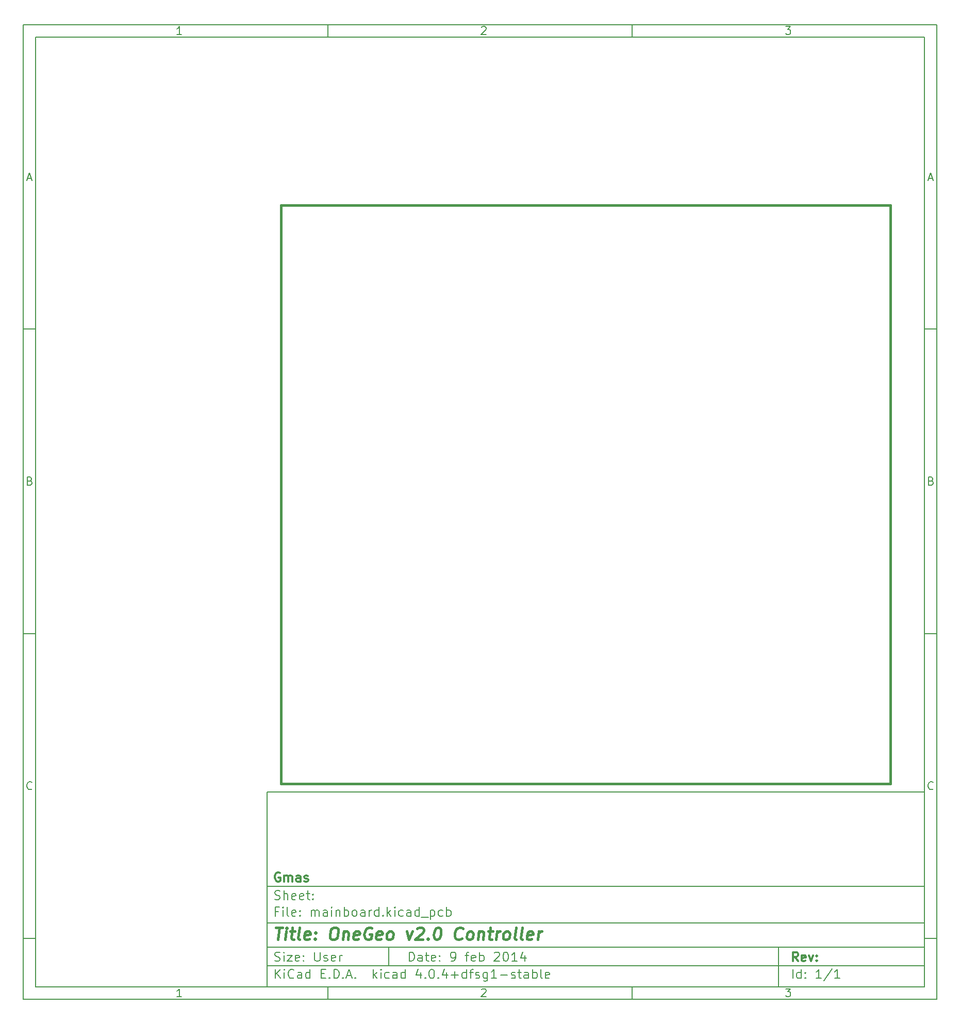
<source format=gbr>
G04 #@! TF.FileFunction,Profile,NP*
%FSLAX45Y45*%
G04 Gerber Fmt 4.5, Leading zero omitted, Abs format (unit mm)*
G04 Created by KiCad (PCBNEW 4.0.4+dfsg1-stable) date Mon Oct  9 15:36:50 2017*
%MOMM*%
%LPD*%
G01*
G04 APERTURE LIST*
%ADD10C,0.150000*%
%ADD11C,0.300000*%
%ADD12C,0.400000*%
%ADD13C,0.381000*%
G04 APERTURE END LIST*
D10*
X5000220Y-13600980D02*
X5000220Y-16800980D01*
X15800220Y-16800980D01*
X15800220Y-13600980D01*
X5000220Y-13600980D01*
X1000000Y-1000000D02*
X1000000Y-17000980D01*
X16000220Y-17000980D01*
X16000220Y-1000000D01*
X1000000Y-1000000D01*
X1200000Y-1200000D02*
X1200000Y-16800980D01*
X15800220Y-16800980D01*
X15800220Y-1200000D01*
X1200000Y-1200000D01*
X6000000Y-1200000D02*
X6000000Y-1000000D01*
X11000000Y-1200000D02*
X11000000Y-1000000D01*
X16000000Y-1200000D02*
X16000000Y-1000000D01*
X3599048Y-1158810D02*
X3524762Y-1158810D01*
X3561905Y-1158810D02*
X3561905Y-1028809D01*
X3549524Y-1047381D01*
X3537143Y-1059762D01*
X3524762Y-1065952D01*
X8524762Y-1041190D02*
X8530952Y-1035000D01*
X8543333Y-1028809D01*
X8574286Y-1028809D01*
X8586667Y-1035000D01*
X8592857Y-1041190D01*
X8599048Y-1053571D01*
X8599048Y-1065952D01*
X8592857Y-1084524D01*
X8518571Y-1158810D01*
X8599048Y-1158810D01*
X13518571Y-1028809D02*
X13599048Y-1028809D01*
X13555714Y-1078333D01*
X13574286Y-1078333D01*
X13586667Y-1084524D01*
X13592857Y-1090714D01*
X13599048Y-1103095D01*
X13599048Y-1134048D01*
X13592857Y-1146429D01*
X13586667Y-1152619D01*
X13574286Y-1158810D01*
X13537143Y-1158810D01*
X13524762Y-1152619D01*
X13518571Y-1146429D01*
X6000000Y-16800980D02*
X6000000Y-17000980D01*
X11000000Y-16800980D02*
X11000000Y-17000980D01*
X16000000Y-16800980D02*
X16000000Y-17000980D01*
X3599048Y-16959790D02*
X3524762Y-16959790D01*
X3561905Y-16959790D02*
X3561905Y-16829790D01*
X3549524Y-16848361D01*
X3537143Y-16860742D01*
X3524762Y-16866932D01*
X8524762Y-16842171D02*
X8530952Y-16835980D01*
X8543333Y-16829790D01*
X8574286Y-16829790D01*
X8586667Y-16835980D01*
X8592857Y-16842171D01*
X8599048Y-16854551D01*
X8599048Y-16866932D01*
X8592857Y-16885504D01*
X8518571Y-16959790D01*
X8599048Y-16959790D01*
X13518571Y-16829790D02*
X13599048Y-16829790D01*
X13555714Y-16879313D01*
X13574286Y-16879313D01*
X13586667Y-16885504D01*
X13592857Y-16891694D01*
X13599048Y-16904075D01*
X13599048Y-16935028D01*
X13592857Y-16947409D01*
X13586667Y-16953599D01*
X13574286Y-16959790D01*
X13537143Y-16959790D01*
X13524762Y-16953599D01*
X13518571Y-16947409D01*
X1000000Y-6000000D02*
X1200000Y-6000000D01*
X1000000Y-11000000D02*
X1200000Y-11000000D01*
X1000000Y-16000000D02*
X1200000Y-16000000D01*
X1069048Y-3521667D02*
X1130952Y-3521667D01*
X1056667Y-3558809D02*
X1100000Y-3428809D01*
X1143333Y-3558809D01*
X1109286Y-8490714D02*
X1127857Y-8496905D01*
X1134048Y-8503095D01*
X1140238Y-8515476D01*
X1140238Y-8534048D01*
X1134048Y-8546429D01*
X1127857Y-8552619D01*
X1115476Y-8558810D01*
X1065952Y-8558810D01*
X1065952Y-8428810D01*
X1109286Y-8428810D01*
X1121667Y-8435000D01*
X1127857Y-8441191D01*
X1134048Y-8453571D01*
X1134048Y-8465952D01*
X1127857Y-8478333D01*
X1121667Y-8484524D01*
X1109286Y-8490714D01*
X1065952Y-8490714D01*
X1140238Y-13546429D02*
X1134048Y-13552619D01*
X1115476Y-13558809D01*
X1103095Y-13558809D01*
X1084524Y-13552619D01*
X1072143Y-13540238D01*
X1065952Y-13527857D01*
X1059762Y-13503095D01*
X1059762Y-13484524D01*
X1065952Y-13459762D01*
X1072143Y-13447381D01*
X1084524Y-13435000D01*
X1103095Y-13428809D01*
X1115476Y-13428809D01*
X1134048Y-13435000D01*
X1140238Y-13441190D01*
X16000220Y-6000000D02*
X15800220Y-6000000D01*
X16000220Y-11000000D02*
X15800220Y-11000000D01*
X16000220Y-16000000D02*
X15800220Y-16000000D01*
X15869268Y-3521667D02*
X15931172Y-3521667D01*
X15856887Y-3558809D02*
X15900220Y-3428809D01*
X15943553Y-3558809D01*
X15909506Y-8490714D02*
X15928077Y-8496905D01*
X15934268Y-8503095D01*
X15940458Y-8515476D01*
X15940458Y-8534048D01*
X15934268Y-8546429D01*
X15928077Y-8552619D01*
X15915696Y-8558810D01*
X15866172Y-8558810D01*
X15866172Y-8428810D01*
X15909506Y-8428810D01*
X15921887Y-8435000D01*
X15928077Y-8441191D01*
X15934268Y-8453571D01*
X15934268Y-8465952D01*
X15928077Y-8478333D01*
X15921887Y-8484524D01*
X15909506Y-8490714D01*
X15866172Y-8490714D01*
X15940458Y-13546429D02*
X15934268Y-13552619D01*
X15915696Y-13558809D01*
X15903315Y-13558809D01*
X15884744Y-13552619D01*
X15872363Y-13540238D01*
X15866172Y-13527857D01*
X15859982Y-13503095D01*
X15859982Y-13484524D01*
X15866172Y-13459762D01*
X15872363Y-13447381D01*
X15884744Y-13435000D01*
X15903315Y-13428809D01*
X15915696Y-13428809D01*
X15934268Y-13435000D01*
X15940458Y-13441190D01*
X7335934Y-16378837D02*
X7335934Y-16228837D01*
X7371649Y-16228837D01*
X7393077Y-16235980D01*
X7407363Y-16250266D01*
X7414506Y-16264551D01*
X7421649Y-16293123D01*
X7421649Y-16314551D01*
X7414506Y-16343123D01*
X7407363Y-16357409D01*
X7393077Y-16371694D01*
X7371649Y-16378837D01*
X7335934Y-16378837D01*
X7550220Y-16378837D02*
X7550220Y-16300266D01*
X7543077Y-16285980D01*
X7528791Y-16278837D01*
X7500220Y-16278837D01*
X7485934Y-16285980D01*
X7550220Y-16371694D02*
X7535934Y-16378837D01*
X7500220Y-16378837D01*
X7485934Y-16371694D01*
X7478791Y-16357409D01*
X7478791Y-16343123D01*
X7485934Y-16328837D01*
X7500220Y-16321694D01*
X7535934Y-16321694D01*
X7550220Y-16314551D01*
X7600220Y-16278837D02*
X7657363Y-16278837D01*
X7621649Y-16228837D02*
X7621649Y-16357409D01*
X7628791Y-16371694D01*
X7643077Y-16378837D01*
X7657363Y-16378837D01*
X7764506Y-16371694D02*
X7750220Y-16378837D01*
X7721649Y-16378837D01*
X7707363Y-16371694D01*
X7700220Y-16357409D01*
X7700220Y-16300266D01*
X7707363Y-16285980D01*
X7721649Y-16278837D01*
X7750220Y-16278837D01*
X7764506Y-16285980D01*
X7771649Y-16300266D01*
X7771649Y-16314551D01*
X7700220Y-16328837D01*
X7835934Y-16364551D02*
X7843077Y-16371694D01*
X7835934Y-16378837D01*
X7828791Y-16371694D01*
X7835934Y-16364551D01*
X7835934Y-16378837D01*
X7835934Y-16285980D02*
X7843077Y-16293123D01*
X7835934Y-16300266D01*
X7828791Y-16293123D01*
X7835934Y-16285980D01*
X7835934Y-16300266D01*
X8028791Y-16378837D02*
X8057363Y-16378837D01*
X8071649Y-16371694D01*
X8078791Y-16364551D01*
X8093077Y-16343123D01*
X8100220Y-16314551D01*
X8100220Y-16257409D01*
X8093077Y-16243123D01*
X8085934Y-16235980D01*
X8071649Y-16228837D01*
X8043077Y-16228837D01*
X8028791Y-16235980D01*
X8021649Y-16243123D01*
X8014506Y-16257409D01*
X8014506Y-16293123D01*
X8021649Y-16307409D01*
X8028791Y-16314551D01*
X8043077Y-16321694D01*
X8071649Y-16321694D01*
X8085934Y-16314551D01*
X8093077Y-16307409D01*
X8100220Y-16293123D01*
X8257363Y-16278837D02*
X8314506Y-16278837D01*
X8278791Y-16378837D02*
X8278791Y-16250266D01*
X8285934Y-16235980D01*
X8300220Y-16228837D01*
X8314506Y-16228837D01*
X8421649Y-16371694D02*
X8407363Y-16378837D01*
X8378791Y-16378837D01*
X8364506Y-16371694D01*
X8357363Y-16357409D01*
X8357363Y-16300266D01*
X8364506Y-16285980D01*
X8378791Y-16278837D01*
X8407363Y-16278837D01*
X8421649Y-16285980D01*
X8428791Y-16300266D01*
X8428791Y-16314551D01*
X8357363Y-16328837D01*
X8493077Y-16378837D02*
X8493077Y-16228837D01*
X8493077Y-16285980D02*
X8507363Y-16278837D01*
X8535934Y-16278837D01*
X8550220Y-16285980D01*
X8557363Y-16293123D01*
X8564506Y-16307409D01*
X8564506Y-16350266D01*
X8557363Y-16364551D01*
X8550220Y-16371694D01*
X8535934Y-16378837D01*
X8507363Y-16378837D01*
X8493077Y-16371694D01*
X8735934Y-16243123D02*
X8743077Y-16235980D01*
X8757363Y-16228837D01*
X8793077Y-16228837D01*
X8807363Y-16235980D01*
X8814506Y-16243123D01*
X8821649Y-16257409D01*
X8821649Y-16271694D01*
X8814506Y-16293123D01*
X8728791Y-16378837D01*
X8821649Y-16378837D01*
X8914506Y-16228837D02*
X8928791Y-16228837D01*
X8943077Y-16235980D01*
X8950220Y-16243123D01*
X8957363Y-16257409D01*
X8964506Y-16285980D01*
X8964506Y-16321694D01*
X8957363Y-16350266D01*
X8950220Y-16364551D01*
X8943077Y-16371694D01*
X8928791Y-16378837D01*
X8914506Y-16378837D01*
X8900220Y-16371694D01*
X8893077Y-16364551D01*
X8885934Y-16350266D01*
X8878791Y-16321694D01*
X8878791Y-16285980D01*
X8885934Y-16257409D01*
X8893077Y-16243123D01*
X8900220Y-16235980D01*
X8914506Y-16228837D01*
X9107363Y-16378837D02*
X9021648Y-16378837D01*
X9064506Y-16378837D02*
X9064506Y-16228837D01*
X9050220Y-16250266D01*
X9035934Y-16264551D01*
X9021648Y-16271694D01*
X9235934Y-16278837D02*
X9235934Y-16378837D01*
X9200220Y-16221694D02*
X9164506Y-16328837D01*
X9257363Y-16328837D01*
X5000220Y-16450980D02*
X15800220Y-16450980D01*
X5135934Y-16658837D02*
X5135934Y-16508837D01*
X5221649Y-16658837D02*
X5157363Y-16573123D01*
X5221649Y-16508837D02*
X5135934Y-16594551D01*
X5285934Y-16658837D02*
X5285934Y-16558837D01*
X5285934Y-16508837D02*
X5278791Y-16515980D01*
X5285934Y-16523123D01*
X5293077Y-16515980D01*
X5285934Y-16508837D01*
X5285934Y-16523123D01*
X5443077Y-16644551D02*
X5435934Y-16651694D01*
X5414506Y-16658837D01*
X5400220Y-16658837D01*
X5378792Y-16651694D01*
X5364506Y-16637409D01*
X5357363Y-16623123D01*
X5350220Y-16594551D01*
X5350220Y-16573123D01*
X5357363Y-16544551D01*
X5364506Y-16530266D01*
X5378792Y-16515980D01*
X5400220Y-16508837D01*
X5414506Y-16508837D01*
X5435934Y-16515980D01*
X5443077Y-16523123D01*
X5571649Y-16658837D02*
X5571649Y-16580266D01*
X5564506Y-16565980D01*
X5550220Y-16558837D01*
X5521649Y-16558837D01*
X5507363Y-16565980D01*
X5571649Y-16651694D02*
X5557363Y-16658837D01*
X5521649Y-16658837D01*
X5507363Y-16651694D01*
X5500220Y-16637409D01*
X5500220Y-16623123D01*
X5507363Y-16608837D01*
X5521649Y-16601694D01*
X5557363Y-16601694D01*
X5571649Y-16594551D01*
X5707363Y-16658837D02*
X5707363Y-16508837D01*
X5707363Y-16651694D02*
X5693077Y-16658837D01*
X5664506Y-16658837D01*
X5650220Y-16651694D01*
X5643077Y-16644551D01*
X5635934Y-16630266D01*
X5635934Y-16587409D01*
X5643077Y-16573123D01*
X5650220Y-16565980D01*
X5664506Y-16558837D01*
X5693077Y-16558837D01*
X5707363Y-16565980D01*
X5893077Y-16580266D02*
X5943077Y-16580266D01*
X5964506Y-16658837D02*
X5893077Y-16658837D01*
X5893077Y-16508837D01*
X5964506Y-16508837D01*
X6028791Y-16644551D02*
X6035934Y-16651694D01*
X6028791Y-16658837D01*
X6021649Y-16651694D01*
X6028791Y-16644551D01*
X6028791Y-16658837D01*
X6100220Y-16658837D02*
X6100220Y-16508837D01*
X6135934Y-16508837D01*
X6157363Y-16515980D01*
X6171649Y-16530266D01*
X6178791Y-16544551D01*
X6185934Y-16573123D01*
X6185934Y-16594551D01*
X6178791Y-16623123D01*
X6171649Y-16637409D01*
X6157363Y-16651694D01*
X6135934Y-16658837D01*
X6100220Y-16658837D01*
X6250220Y-16644551D02*
X6257363Y-16651694D01*
X6250220Y-16658837D01*
X6243077Y-16651694D01*
X6250220Y-16644551D01*
X6250220Y-16658837D01*
X6314506Y-16615980D02*
X6385934Y-16615980D01*
X6300220Y-16658837D02*
X6350220Y-16508837D01*
X6400220Y-16658837D01*
X6450220Y-16644551D02*
X6457363Y-16651694D01*
X6450220Y-16658837D01*
X6443077Y-16651694D01*
X6450220Y-16644551D01*
X6450220Y-16658837D01*
X6750220Y-16658837D02*
X6750220Y-16508837D01*
X6764506Y-16601694D02*
X6807363Y-16658837D01*
X6807363Y-16558837D02*
X6750220Y-16615980D01*
X6871649Y-16658837D02*
X6871649Y-16558837D01*
X6871649Y-16508837D02*
X6864506Y-16515980D01*
X6871649Y-16523123D01*
X6878791Y-16515980D01*
X6871649Y-16508837D01*
X6871649Y-16523123D01*
X7007363Y-16651694D02*
X6993077Y-16658837D01*
X6964506Y-16658837D01*
X6950220Y-16651694D01*
X6943077Y-16644551D01*
X6935934Y-16630266D01*
X6935934Y-16587409D01*
X6943077Y-16573123D01*
X6950220Y-16565980D01*
X6964506Y-16558837D01*
X6993077Y-16558837D01*
X7007363Y-16565980D01*
X7135934Y-16658837D02*
X7135934Y-16580266D01*
X7128791Y-16565980D01*
X7114506Y-16558837D01*
X7085934Y-16558837D01*
X7071649Y-16565980D01*
X7135934Y-16651694D02*
X7121649Y-16658837D01*
X7085934Y-16658837D01*
X7071649Y-16651694D01*
X7064506Y-16637409D01*
X7064506Y-16623123D01*
X7071649Y-16608837D01*
X7085934Y-16601694D01*
X7121649Y-16601694D01*
X7135934Y-16594551D01*
X7271649Y-16658837D02*
X7271649Y-16508837D01*
X7271649Y-16651694D02*
X7257363Y-16658837D01*
X7228792Y-16658837D01*
X7214506Y-16651694D01*
X7207363Y-16644551D01*
X7200220Y-16630266D01*
X7200220Y-16587409D01*
X7207363Y-16573123D01*
X7214506Y-16565980D01*
X7228792Y-16558837D01*
X7257363Y-16558837D01*
X7271649Y-16565980D01*
X7521649Y-16558837D02*
X7521649Y-16658837D01*
X7485934Y-16501694D02*
X7450220Y-16608837D01*
X7543077Y-16608837D01*
X7600220Y-16644551D02*
X7607363Y-16651694D01*
X7600220Y-16658837D01*
X7593077Y-16651694D01*
X7600220Y-16644551D01*
X7600220Y-16658837D01*
X7700220Y-16508837D02*
X7714506Y-16508837D01*
X7728791Y-16515980D01*
X7735934Y-16523123D01*
X7743077Y-16537409D01*
X7750220Y-16565980D01*
X7750220Y-16601694D01*
X7743077Y-16630266D01*
X7735934Y-16644551D01*
X7728791Y-16651694D01*
X7714506Y-16658837D01*
X7700220Y-16658837D01*
X7685934Y-16651694D01*
X7678791Y-16644551D01*
X7671649Y-16630266D01*
X7664506Y-16601694D01*
X7664506Y-16565980D01*
X7671649Y-16537409D01*
X7678791Y-16523123D01*
X7685934Y-16515980D01*
X7700220Y-16508837D01*
X7814506Y-16644551D02*
X7821649Y-16651694D01*
X7814506Y-16658837D01*
X7807363Y-16651694D01*
X7814506Y-16644551D01*
X7814506Y-16658837D01*
X7950220Y-16558837D02*
X7950220Y-16658837D01*
X7914506Y-16501694D02*
X7878791Y-16608837D01*
X7971649Y-16608837D01*
X8028791Y-16601694D02*
X8143077Y-16601694D01*
X8085934Y-16658837D02*
X8085934Y-16544551D01*
X8278791Y-16658837D02*
X8278791Y-16508837D01*
X8278791Y-16651694D02*
X8264506Y-16658837D01*
X8235934Y-16658837D01*
X8221649Y-16651694D01*
X8214506Y-16644551D01*
X8207363Y-16630266D01*
X8207363Y-16587409D01*
X8214506Y-16573123D01*
X8221649Y-16565980D01*
X8235934Y-16558837D01*
X8264506Y-16558837D01*
X8278791Y-16565980D01*
X8328791Y-16558837D02*
X8385934Y-16558837D01*
X8350220Y-16658837D02*
X8350220Y-16530266D01*
X8357363Y-16515980D01*
X8371649Y-16508837D01*
X8385934Y-16508837D01*
X8428792Y-16651694D02*
X8443077Y-16658837D01*
X8471649Y-16658837D01*
X8485934Y-16651694D01*
X8493077Y-16637409D01*
X8493077Y-16630266D01*
X8485934Y-16615980D01*
X8471649Y-16608837D01*
X8450220Y-16608837D01*
X8435934Y-16601694D01*
X8428792Y-16587409D01*
X8428792Y-16580266D01*
X8435934Y-16565980D01*
X8450220Y-16558837D01*
X8471649Y-16558837D01*
X8485934Y-16565980D01*
X8621649Y-16558837D02*
X8621649Y-16680266D01*
X8614506Y-16694551D01*
X8607363Y-16701694D01*
X8593077Y-16708837D01*
X8571649Y-16708837D01*
X8557363Y-16701694D01*
X8621649Y-16651694D02*
X8607363Y-16658837D01*
X8578792Y-16658837D01*
X8564506Y-16651694D01*
X8557363Y-16644551D01*
X8550220Y-16630266D01*
X8550220Y-16587409D01*
X8557363Y-16573123D01*
X8564506Y-16565980D01*
X8578792Y-16558837D01*
X8607363Y-16558837D01*
X8621649Y-16565980D01*
X8771649Y-16658837D02*
X8685934Y-16658837D01*
X8728792Y-16658837D02*
X8728792Y-16508837D01*
X8714506Y-16530266D01*
X8700220Y-16544551D01*
X8685934Y-16551694D01*
X8835934Y-16601694D02*
X8950220Y-16601694D01*
X9014506Y-16651694D02*
X9028792Y-16658837D01*
X9057363Y-16658837D01*
X9071649Y-16651694D01*
X9078792Y-16637409D01*
X9078792Y-16630266D01*
X9071649Y-16615980D01*
X9057363Y-16608837D01*
X9035934Y-16608837D01*
X9021649Y-16601694D01*
X9014506Y-16587409D01*
X9014506Y-16580266D01*
X9021649Y-16565980D01*
X9035934Y-16558837D01*
X9057363Y-16558837D01*
X9071649Y-16565980D01*
X9121649Y-16558837D02*
X9178792Y-16558837D01*
X9143077Y-16508837D02*
X9143077Y-16637409D01*
X9150220Y-16651694D01*
X9164506Y-16658837D01*
X9178792Y-16658837D01*
X9293077Y-16658837D02*
X9293077Y-16580266D01*
X9285934Y-16565980D01*
X9271649Y-16558837D01*
X9243077Y-16558837D01*
X9228792Y-16565980D01*
X9293077Y-16651694D02*
X9278792Y-16658837D01*
X9243077Y-16658837D01*
X9228792Y-16651694D01*
X9221649Y-16637409D01*
X9221649Y-16623123D01*
X9228792Y-16608837D01*
X9243077Y-16601694D01*
X9278792Y-16601694D01*
X9293077Y-16594551D01*
X9364506Y-16658837D02*
X9364506Y-16508837D01*
X9364506Y-16565980D02*
X9378792Y-16558837D01*
X9407363Y-16558837D01*
X9421649Y-16565980D01*
X9428792Y-16573123D01*
X9435935Y-16587409D01*
X9435935Y-16630266D01*
X9428792Y-16644551D01*
X9421649Y-16651694D01*
X9407363Y-16658837D01*
X9378792Y-16658837D01*
X9364506Y-16651694D01*
X9521649Y-16658837D02*
X9507363Y-16651694D01*
X9500220Y-16637409D01*
X9500220Y-16508837D01*
X9635934Y-16651694D02*
X9621649Y-16658837D01*
X9593077Y-16658837D01*
X9578792Y-16651694D01*
X9571649Y-16637409D01*
X9571649Y-16580266D01*
X9578792Y-16565980D01*
X9593077Y-16558837D01*
X9621649Y-16558837D01*
X9635934Y-16565980D01*
X9643077Y-16580266D01*
X9643077Y-16594551D01*
X9571649Y-16608837D01*
X5000220Y-16150980D02*
X15800220Y-16150980D01*
D11*
X13721649Y-16378837D02*
X13671649Y-16307409D01*
X13635934Y-16378837D02*
X13635934Y-16228837D01*
X13693077Y-16228837D01*
X13707363Y-16235980D01*
X13714506Y-16243123D01*
X13721649Y-16257409D01*
X13721649Y-16278837D01*
X13714506Y-16293123D01*
X13707363Y-16300266D01*
X13693077Y-16307409D01*
X13635934Y-16307409D01*
X13843077Y-16371694D02*
X13828791Y-16378837D01*
X13800220Y-16378837D01*
X13785934Y-16371694D01*
X13778791Y-16357409D01*
X13778791Y-16300266D01*
X13785934Y-16285980D01*
X13800220Y-16278837D01*
X13828791Y-16278837D01*
X13843077Y-16285980D01*
X13850220Y-16300266D01*
X13850220Y-16314551D01*
X13778791Y-16328837D01*
X13900220Y-16278837D02*
X13935934Y-16378837D01*
X13971648Y-16278837D01*
X14028791Y-16364551D02*
X14035934Y-16371694D01*
X14028791Y-16378837D01*
X14021648Y-16371694D01*
X14028791Y-16364551D01*
X14028791Y-16378837D01*
X14028791Y-16285980D02*
X14035934Y-16293123D01*
X14028791Y-16300266D01*
X14021648Y-16293123D01*
X14028791Y-16285980D01*
X14028791Y-16300266D01*
D10*
X5128791Y-16371694D02*
X5150220Y-16378837D01*
X5185934Y-16378837D01*
X5200220Y-16371694D01*
X5207363Y-16364551D01*
X5214506Y-16350266D01*
X5214506Y-16335980D01*
X5207363Y-16321694D01*
X5200220Y-16314551D01*
X5185934Y-16307409D01*
X5157363Y-16300266D01*
X5143077Y-16293123D01*
X5135934Y-16285980D01*
X5128791Y-16271694D01*
X5128791Y-16257409D01*
X5135934Y-16243123D01*
X5143077Y-16235980D01*
X5157363Y-16228837D01*
X5193077Y-16228837D01*
X5214506Y-16235980D01*
X5278791Y-16378837D02*
X5278791Y-16278837D01*
X5278791Y-16228837D02*
X5271649Y-16235980D01*
X5278791Y-16243123D01*
X5285934Y-16235980D01*
X5278791Y-16228837D01*
X5278791Y-16243123D01*
X5335934Y-16278837D02*
X5414506Y-16278837D01*
X5335934Y-16378837D01*
X5414506Y-16378837D01*
X5528791Y-16371694D02*
X5514506Y-16378837D01*
X5485934Y-16378837D01*
X5471649Y-16371694D01*
X5464506Y-16357409D01*
X5464506Y-16300266D01*
X5471649Y-16285980D01*
X5485934Y-16278837D01*
X5514506Y-16278837D01*
X5528791Y-16285980D01*
X5535934Y-16300266D01*
X5535934Y-16314551D01*
X5464506Y-16328837D01*
X5600220Y-16364551D02*
X5607363Y-16371694D01*
X5600220Y-16378837D01*
X5593077Y-16371694D01*
X5600220Y-16364551D01*
X5600220Y-16378837D01*
X5600220Y-16285980D02*
X5607363Y-16293123D01*
X5600220Y-16300266D01*
X5593077Y-16293123D01*
X5600220Y-16285980D01*
X5600220Y-16300266D01*
X5785934Y-16228837D02*
X5785934Y-16350266D01*
X5793077Y-16364551D01*
X5800220Y-16371694D01*
X5814506Y-16378837D01*
X5843077Y-16378837D01*
X5857363Y-16371694D01*
X5864506Y-16364551D01*
X5871649Y-16350266D01*
X5871649Y-16228837D01*
X5935934Y-16371694D02*
X5950220Y-16378837D01*
X5978791Y-16378837D01*
X5993077Y-16371694D01*
X6000220Y-16357409D01*
X6000220Y-16350266D01*
X5993077Y-16335980D01*
X5978791Y-16328837D01*
X5957363Y-16328837D01*
X5943077Y-16321694D01*
X5935934Y-16307409D01*
X5935934Y-16300266D01*
X5943077Y-16285980D01*
X5957363Y-16278837D01*
X5978791Y-16278837D01*
X5993077Y-16285980D01*
X6121649Y-16371694D02*
X6107363Y-16378837D01*
X6078791Y-16378837D01*
X6064506Y-16371694D01*
X6057363Y-16357409D01*
X6057363Y-16300266D01*
X6064506Y-16285980D01*
X6078791Y-16278837D01*
X6107363Y-16278837D01*
X6121649Y-16285980D01*
X6128791Y-16300266D01*
X6128791Y-16314551D01*
X6057363Y-16328837D01*
X6193077Y-16378837D02*
X6193077Y-16278837D01*
X6193077Y-16307409D02*
X6200220Y-16293123D01*
X6207363Y-16285980D01*
X6221649Y-16278837D01*
X6235934Y-16278837D01*
X13635934Y-16658837D02*
X13635934Y-16508837D01*
X13771649Y-16658837D02*
X13771649Y-16508837D01*
X13771649Y-16651694D02*
X13757363Y-16658837D01*
X13728791Y-16658837D01*
X13714506Y-16651694D01*
X13707363Y-16644551D01*
X13700220Y-16630266D01*
X13700220Y-16587409D01*
X13707363Y-16573123D01*
X13714506Y-16565980D01*
X13728791Y-16558837D01*
X13757363Y-16558837D01*
X13771649Y-16565980D01*
X13843077Y-16644551D02*
X13850220Y-16651694D01*
X13843077Y-16658837D01*
X13835934Y-16651694D01*
X13843077Y-16644551D01*
X13843077Y-16658837D01*
X13843077Y-16565980D02*
X13850220Y-16573123D01*
X13843077Y-16580266D01*
X13835934Y-16573123D01*
X13843077Y-16565980D01*
X13843077Y-16580266D01*
X14107363Y-16658837D02*
X14021649Y-16658837D01*
X14064506Y-16658837D02*
X14064506Y-16508837D01*
X14050220Y-16530266D01*
X14035934Y-16544551D01*
X14021649Y-16551694D01*
X14278791Y-16501694D02*
X14150220Y-16694551D01*
X14407363Y-16658837D02*
X14321649Y-16658837D01*
X14364506Y-16658837D02*
X14364506Y-16508837D01*
X14350220Y-16530266D01*
X14335934Y-16544551D01*
X14321649Y-16551694D01*
X5000220Y-15750980D02*
X15800220Y-15750980D01*
D12*
X5145458Y-15821456D02*
X5259744Y-15821456D01*
X5177601Y-16021456D02*
X5202601Y-15821456D01*
X5301411Y-16021456D02*
X5318077Y-15888123D01*
X5326411Y-15821456D02*
X5315696Y-15830980D01*
X5324030Y-15840504D01*
X5334744Y-15830980D01*
X5326411Y-15821456D01*
X5324030Y-15840504D01*
X5384744Y-15888123D02*
X5460934Y-15888123D01*
X5421649Y-15821456D02*
X5400220Y-15992885D01*
X5407363Y-16011932D01*
X5425220Y-16021456D01*
X5444268Y-16021456D01*
X5539506Y-16021456D02*
X5521649Y-16011932D01*
X5514506Y-15992885D01*
X5535934Y-15821456D01*
X5693077Y-16011932D02*
X5672839Y-16021456D01*
X5634744Y-16021456D01*
X5616887Y-16011932D01*
X5609744Y-15992885D01*
X5619268Y-15916694D01*
X5631172Y-15897647D01*
X5651410Y-15888123D01*
X5689506Y-15888123D01*
X5707363Y-15897647D01*
X5714506Y-15916694D01*
X5712125Y-15935742D01*
X5614506Y-15954789D01*
X5789506Y-16002409D02*
X5797839Y-16011932D01*
X5787125Y-16021456D01*
X5778791Y-16011932D01*
X5789506Y-16002409D01*
X5787125Y-16021456D01*
X5802601Y-15897647D02*
X5810934Y-15907170D01*
X5800220Y-15916694D01*
X5791887Y-15907170D01*
X5802601Y-15897647D01*
X5800220Y-15916694D01*
X6097839Y-15821456D02*
X6135934Y-15821456D01*
X6153791Y-15830980D01*
X6170458Y-15850028D01*
X6175220Y-15888123D01*
X6166887Y-15954789D01*
X6152601Y-15992885D01*
X6131172Y-16011932D01*
X6110934Y-16021456D01*
X6072839Y-16021456D01*
X6054982Y-16011932D01*
X6038315Y-15992885D01*
X6033553Y-15954789D01*
X6041887Y-15888123D01*
X6056172Y-15850028D01*
X6077601Y-15830980D01*
X6097839Y-15821456D01*
X6260934Y-15888123D02*
X6244268Y-16021456D01*
X6258553Y-15907170D02*
X6269268Y-15897647D01*
X6289506Y-15888123D01*
X6318077Y-15888123D01*
X6335934Y-15897647D01*
X6343077Y-15916694D01*
X6329982Y-16021456D01*
X6502601Y-16011932D02*
X6482363Y-16021456D01*
X6444268Y-16021456D01*
X6426411Y-16011932D01*
X6419268Y-15992885D01*
X6428791Y-15916694D01*
X6440696Y-15897647D01*
X6460934Y-15888123D01*
X6499030Y-15888123D01*
X6516887Y-15897647D01*
X6524030Y-15916694D01*
X6521649Y-15935742D01*
X6424030Y-15954789D01*
X6725220Y-15830980D02*
X6707363Y-15821456D01*
X6678792Y-15821456D01*
X6649030Y-15830980D01*
X6627601Y-15850028D01*
X6615696Y-15869075D01*
X6601411Y-15907170D01*
X6597839Y-15935742D01*
X6602601Y-15973837D01*
X6609744Y-15992885D01*
X6626411Y-16011932D01*
X6653792Y-16021456D01*
X6672839Y-16021456D01*
X6702601Y-16011932D01*
X6713315Y-16002409D01*
X6721649Y-15935742D01*
X6683553Y-15935742D01*
X6874030Y-16011932D02*
X6853792Y-16021456D01*
X6815696Y-16021456D01*
X6797839Y-16011932D01*
X6790696Y-15992885D01*
X6800220Y-15916694D01*
X6812125Y-15897647D01*
X6832363Y-15888123D01*
X6870458Y-15888123D01*
X6888315Y-15897647D01*
X6895458Y-15916694D01*
X6893077Y-15935742D01*
X6795458Y-15954789D01*
X6996649Y-16021456D02*
X6978792Y-16011932D01*
X6970458Y-16002409D01*
X6963315Y-15983361D01*
X6970458Y-15926218D01*
X6982363Y-15907170D01*
X6993077Y-15897647D01*
X7013315Y-15888123D01*
X7041887Y-15888123D01*
X7059744Y-15897647D01*
X7068077Y-15907170D01*
X7075220Y-15926218D01*
X7068077Y-15983361D01*
X7056172Y-16002409D01*
X7045458Y-16011932D01*
X7025220Y-16021456D01*
X6996649Y-16021456D01*
X7299030Y-15888123D02*
X7329982Y-16021456D01*
X7394268Y-15888123D01*
X7466887Y-15840504D02*
X7477601Y-15830980D01*
X7497839Y-15821456D01*
X7545458Y-15821456D01*
X7563315Y-15830980D01*
X7571649Y-15840504D01*
X7578792Y-15859551D01*
X7576411Y-15878599D01*
X7563315Y-15907170D01*
X7434744Y-16021456D01*
X7558554Y-16021456D01*
X7646649Y-16002409D02*
X7654982Y-16011932D01*
X7644268Y-16021456D01*
X7635935Y-16011932D01*
X7646649Y-16002409D01*
X7644268Y-16021456D01*
X7802601Y-15821456D02*
X7821649Y-15821456D01*
X7839506Y-15830980D01*
X7847839Y-15840504D01*
X7854982Y-15859551D01*
X7859744Y-15897647D01*
X7853792Y-15945266D01*
X7839506Y-15983361D01*
X7827601Y-16002409D01*
X7816887Y-16011932D01*
X7796649Y-16021456D01*
X7777601Y-16021456D01*
X7759744Y-16011932D01*
X7751411Y-16002409D01*
X7744268Y-15983361D01*
X7739506Y-15945266D01*
X7745458Y-15897647D01*
X7759744Y-15859551D01*
X7771649Y-15840504D01*
X7782363Y-15830980D01*
X7802601Y-15821456D01*
X8199030Y-16002409D02*
X8188316Y-16011932D01*
X8158554Y-16021456D01*
X8139506Y-16021456D01*
X8112125Y-16011932D01*
X8095458Y-15992885D01*
X8088316Y-15973837D01*
X8083554Y-15935742D01*
X8087125Y-15907170D01*
X8101411Y-15869075D01*
X8113316Y-15850028D01*
X8134744Y-15830980D01*
X8164506Y-15821456D01*
X8183554Y-15821456D01*
X8210935Y-15830980D01*
X8219268Y-15840504D01*
X8310935Y-16021456D02*
X8293078Y-16011932D01*
X8284744Y-16002409D01*
X8277601Y-15983361D01*
X8284744Y-15926218D01*
X8296649Y-15907170D01*
X8307363Y-15897647D01*
X8327601Y-15888123D01*
X8356173Y-15888123D01*
X8374030Y-15897647D01*
X8382363Y-15907170D01*
X8389506Y-15926218D01*
X8382363Y-15983361D01*
X8370458Y-16002409D01*
X8359744Y-16011932D01*
X8339506Y-16021456D01*
X8310935Y-16021456D01*
X8479982Y-15888123D02*
X8463316Y-16021456D01*
X8477601Y-15907170D02*
X8488316Y-15897647D01*
X8508554Y-15888123D01*
X8537125Y-15888123D01*
X8554982Y-15897647D01*
X8562125Y-15916694D01*
X8549030Y-16021456D01*
X8632363Y-15888123D02*
X8708554Y-15888123D01*
X8669268Y-15821456D02*
X8647839Y-15992885D01*
X8654982Y-16011932D01*
X8672840Y-16021456D01*
X8691887Y-16021456D01*
X8758554Y-16021456D02*
X8775220Y-15888123D01*
X8770458Y-15926218D02*
X8782363Y-15907170D01*
X8793078Y-15897647D01*
X8813316Y-15888123D01*
X8832363Y-15888123D01*
X8910935Y-16021456D02*
X8893078Y-16011932D01*
X8884744Y-16002409D01*
X8877601Y-15983361D01*
X8884744Y-15926218D01*
X8896649Y-15907170D01*
X8907363Y-15897647D01*
X8927601Y-15888123D01*
X8956173Y-15888123D01*
X8974030Y-15897647D01*
X8982363Y-15907170D01*
X8989506Y-15926218D01*
X8982363Y-15983361D01*
X8970458Y-16002409D01*
X8959744Y-16011932D01*
X8939506Y-16021456D01*
X8910935Y-16021456D01*
X9091887Y-16021456D02*
X9074030Y-16011932D01*
X9066887Y-15992885D01*
X9088316Y-15821456D01*
X9196649Y-16021456D02*
X9178792Y-16011932D01*
X9171649Y-15992885D01*
X9193078Y-15821456D01*
X9350220Y-16011932D02*
X9329982Y-16021456D01*
X9291887Y-16021456D01*
X9274030Y-16011932D01*
X9266887Y-15992885D01*
X9276411Y-15916694D01*
X9288316Y-15897647D01*
X9308554Y-15888123D01*
X9346649Y-15888123D01*
X9364506Y-15897647D01*
X9371649Y-15916694D01*
X9369268Y-15935742D01*
X9271649Y-15954789D01*
X9444268Y-16021456D02*
X9460935Y-15888123D01*
X9456173Y-15926218D02*
X9468078Y-15907170D01*
X9478792Y-15897647D01*
X9499030Y-15888123D01*
X9518078Y-15888123D01*
D10*
X5185934Y-15560266D02*
X5135934Y-15560266D01*
X5135934Y-15638837D02*
X5135934Y-15488837D01*
X5207363Y-15488837D01*
X5264506Y-15638837D02*
X5264506Y-15538837D01*
X5264506Y-15488837D02*
X5257363Y-15495980D01*
X5264506Y-15503123D01*
X5271649Y-15495980D01*
X5264506Y-15488837D01*
X5264506Y-15503123D01*
X5357363Y-15638837D02*
X5343077Y-15631694D01*
X5335934Y-15617409D01*
X5335934Y-15488837D01*
X5471649Y-15631694D02*
X5457363Y-15638837D01*
X5428791Y-15638837D01*
X5414506Y-15631694D01*
X5407363Y-15617409D01*
X5407363Y-15560266D01*
X5414506Y-15545980D01*
X5428791Y-15538837D01*
X5457363Y-15538837D01*
X5471649Y-15545980D01*
X5478791Y-15560266D01*
X5478791Y-15574551D01*
X5407363Y-15588837D01*
X5543077Y-15624551D02*
X5550220Y-15631694D01*
X5543077Y-15638837D01*
X5535934Y-15631694D01*
X5543077Y-15624551D01*
X5543077Y-15638837D01*
X5543077Y-15545980D02*
X5550220Y-15553123D01*
X5543077Y-15560266D01*
X5535934Y-15553123D01*
X5543077Y-15545980D01*
X5543077Y-15560266D01*
X5728791Y-15638837D02*
X5728791Y-15538837D01*
X5728791Y-15553123D02*
X5735934Y-15545980D01*
X5750220Y-15538837D01*
X5771648Y-15538837D01*
X5785934Y-15545980D01*
X5793077Y-15560266D01*
X5793077Y-15638837D01*
X5793077Y-15560266D02*
X5800220Y-15545980D01*
X5814506Y-15538837D01*
X5835934Y-15538837D01*
X5850220Y-15545980D01*
X5857363Y-15560266D01*
X5857363Y-15638837D01*
X5993077Y-15638837D02*
X5993077Y-15560266D01*
X5985934Y-15545980D01*
X5971648Y-15538837D01*
X5943077Y-15538837D01*
X5928791Y-15545980D01*
X5993077Y-15631694D02*
X5978791Y-15638837D01*
X5943077Y-15638837D01*
X5928791Y-15631694D01*
X5921648Y-15617409D01*
X5921648Y-15603123D01*
X5928791Y-15588837D01*
X5943077Y-15581694D01*
X5978791Y-15581694D01*
X5993077Y-15574551D01*
X6064506Y-15638837D02*
X6064506Y-15538837D01*
X6064506Y-15488837D02*
X6057363Y-15495980D01*
X6064506Y-15503123D01*
X6071648Y-15495980D01*
X6064506Y-15488837D01*
X6064506Y-15503123D01*
X6135934Y-15538837D02*
X6135934Y-15638837D01*
X6135934Y-15553123D02*
X6143077Y-15545980D01*
X6157363Y-15538837D01*
X6178791Y-15538837D01*
X6193077Y-15545980D01*
X6200220Y-15560266D01*
X6200220Y-15638837D01*
X6271649Y-15638837D02*
X6271649Y-15488837D01*
X6271649Y-15545980D02*
X6285934Y-15538837D01*
X6314506Y-15538837D01*
X6328791Y-15545980D01*
X6335934Y-15553123D01*
X6343077Y-15567409D01*
X6343077Y-15610266D01*
X6335934Y-15624551D01*
X6328791Y-15631694D01*
X6314506Y-15638837D01*
X6285934Y-15638837D01*
X6271649Y-15631694D01*
X6428791Y-15638837D02*
X6414506Y-15631694D01*
X6407363Y-15624551D01*
X6400220Y-15610266D01*
X6400220Y-15567409D01*
X6407363Y-15553123D01*
X6414506Y-15545980D01*
X6428791Y-15538837D01*
X6450220Y-15538837D01*
X6464506Y-15545980D01*
X6471649Y-15553123D01*
X6478791Y-15567409D01*
X6478791Y-15610266D01*
X6471649Y-15624551D01*
X6464506Y-15631694D01*
X6450220Y-15638837D01*
X6428791Y-15638837D01*
X6607363Y-15638837D02*
X6607363Y-15560266D01*
X6600220Y-15545980D01*
X6585934Y-15538837D01*
X6557363Y-15538837D01*
X6543077Y-15545980D01*
X6607363Y-15631694D02*
X6593077Y-15638837D01*
X6557363Y-15638837D01*
X6543077Y-15631694D01*
X6535934Y-15617409D01*
X6535934Y-15603123D01*
X6543077Y-15588837D01*
X6557363Y-15581694D01*
X6593077Y-15581694D01*
X6607363Y-15574551D01*
X6678791Y-15638837D02*
X6678791Y-15538837D01*
X6678791Y-15567409D02*
X6685934Y-15553123D01*
X6693077Y-15545980D01*
X6707363Y-15538837D01*
X6721649Y-15538837D01*
X6835934Y-15638837D02*
X6835934Y-15488837D01*
X6835934Y-15631694D02*
X6821649Y-15638837D01*
X6793077Y-15638837D01*
X6778791Y-15631694D01*
X6771649Y-15624551D01*
X6764506Y-15610266D01*
X6764506Y-15567409D01*
X6771649Y-15553123D01*
X6778791Y-15545980D01*
X6793077Y-15538837D01*
X6821649Y-15538837D01*
X6835934Y-15545980D01*
X6907363Y-15624551D02*
X6914506Y-15631694D01*
X6907363Y-15638837D01*
X6900220Y-15631694D01*
X6907363Y-15624551D01*
X6907363Y-15638837D01*
X6978791Y-15638837D02*
X6978791Y-15488837D01*
X6993077Y-15581694D02*
X7035934Y-15638837D01*
X7035934Y-15538837D02*
X6978791Y-15595980D01*
X7100220Y-15638837D02*
X7100220Y-15538837D01*
X7100220Y-15488837D02*
X7093077Y-15495980D01*
X7100220Y-15503123D01*
X7107363Y-15495980D01*
X7100220Y-15488837D01*
X7100220Y-15503123D01*
X7235934Y-15631694D02*
X7221649Y-15638837D01*
X7193077Y-15638837D01*
X7178791Y-15631694D01*
X7171649Y-15624551D01*
X7164506Y-15610266D01*
X7164506Y-15567409D01*
X7171649Y-15553123D01*
X7178791Y-15545980D01*
X7193077Y-15538837D01*
X7221649Y-15538837D01*
X7235934Y-15545980D01*
X7364506Y-15638837D02*
X7364506Y-15560266D01*
X7357363Y-15545980D01*
X7343077Y-15538837D01*
X7314506Y-15538837D01*
X7300220Y-15545980D01*
X7364506Y-15631694D02*
X7350220Y-15638837D01*
X7314506Y-15638837D01*
X7300220Y-15631694D01*
X7293077Y-15617409D01*
X7293077Y-15603123D01*
X7300220Y-15588837D01*
X7314506Y-15581694D01*
X7350220Y-15581694D01*
X7364506Y-15574551D01*
X7500220Y-15638837D02*
X7500220Y-15488837D01*
X7500220Y-15631694D02*
X7485934Y-15638837D01*
X7457363Y-15638837D01*
X7443077Y-15631694D01*
X7435934Y-15624551D01*
X7428791Y-15610266D01*
X7428791Y-15567409D01*
X7435934Y-15553123D01*
X7443077Y-15545980D01*
X7457363Y-15538837D01*
X7485934Y-15538837D01*
X7500220Y-15545980D01*
X7535934Y-15653123D02*
X7650220Y-15653123D01*
X7685934Y-15538837D02*
X7685934Y-15688837D01*
X7685934Y-15545980D02*
X7700220Y-15538837D01*
X7728791Y-15538837D01*
X7743077Y-15545980D01*
X7750220Y-15553123D01*
X7757363Y-15567409D01*
X7757363Y-15610266D01*
X7750220Y-15624551D01*
X7743077Y-15631694D01*
X7728791Y-15638837D01*
X7700220Y-15638837D01*
X7685934Y-15631694D01*
X7885934Y-15631694D02*
X7871649Y-15638837D01*
X7843077Y-15638837D01*
X7828791Y-15631694D01*
X7821649Y-15624551D01*
X7814506Y-15610266D01*
X7814506Y-15567409D01*
X7821649Y-15553123D01*
X7828791Y-15545980D01*
X7843077Y-15538837D01*
X7871649Y-15538837D01*
X7885934Y-15545980D01*
X7950220Y-15638837D02*
X7950220Y-15488837D01*
X7950220Y-15545980D02*
X7964506Y-15538837D01*
X7993077Y-15538837D01*
X8007363Y-15545980D01*
X8014506Y-15553123D01*
X8021649Y-15567409D01*
X8021649Y-15610266D01*
X8014506Y-15624551D01*
X8007363Y-15631694D01*
X7993077Y-15638837D01*
X7964506Y-15638837D01*
X7950220Y-15631694D01*
X5000220Y-15150980D02*
X15800220Y-15150980D01*
X5128791Y-15361694D02*
X5150220Y-15368837D01*
X5185934Y-15368837D01*
X5200220Y-15361694D01*
X5207363Y-15354551D01*
X5214506Y-15340266D01*
X5214506Y-15325980D01*
X5207363Y-15311694D01*
X5200220Y-15304551D01*
X5185934Y-15297409D01*
X5157363Y-15290266D01*
X5143077Y-15283123D01*
X5135934Y-15275980D01*
X5128791Y-15261694D01*
X5128791Y-15247409D01*
X5135934Y-15233123D01*
X5143077Y-15225980D01*
X5157363Y-15218837D01*
X5193077Y-15218837D01*
X5214506Y-15225980D01*
X5278791Y-15368837D02*
X5278791Y-15218837D01*
X5343077Y-15368837D02*
X5343077Y-15290266D01*
X5335934Y-15275980D01*
X5321649Y-15268837D01*
X5300220Y-15268837D01*
X5285934Y-15275980D01*
X5278791Y-15283123D01*
X5471649Y-15361694D02*
X5457363Y-15368837D01*
X5428791Y-15368837D01*
X5414506Y-15361694D01*
X5407363Y-15347409D01*
X5407363Y-15290266D01*
X5414506Y-15275980D01*
X5428791Y-15268837D01*
X5457363Y-15268837D01*
X5471649Y-15275980D01*
X5478791Y-15290266D01*
X5478791Y-15304551D01*
X5407363Y-15318837D01*
X5600220Y-15361694D02*
X5585934Y-15368837D01*
X5557363Y-15368837D01*
X5543077Y-15361694D01*
X5535934Y-15347409D01*
X5535934Y-15290266D01*
X5543077Y-15275980D01*
X5557363Y-15268837D01*
X5585934Y-15268837D01*
X5600220Y-15275980D01*
X5607363Y-15290266D01*
X5607363Y-15304551D01*
X5535934Y-15318837D01*
X5650220Y-15268837D02*
X5707363Y-15268837D01*
X5671648Y-15218837D02*
X5671648Y-15347409D01*
X5678791Y-15361694D01*
X5693077Y-15368837D01*
X5707363Y-15368837D01*
X5757363Y-15354551D02*
X5764506Y-15361694D01*
X5757363Y-15368837D01*
X5750220Y-15361694D01*
X5757363Y-15354551D01*
X5757363Y-15368837D01*
X5757363Y-15275980D02*
X5764506Y-15283123D01*
X5757363Y-15290266D01*
X5750220Y-15283123D01*
X5757363Y-15275980D01*
X5757363Y-15290266D01*
D11*
X5214506Y-14925980D02*
X5200220Y-14918837D01*
X5178791Y-14918837D01*
X5157363Y-14925980D01*
X5143077Y-14940266D01*
X5135934Y-14954551D01*
X5128791Y-14983123D01*
X5128791Y-15004551D01*
X5135934Y-15033123D01*
X5143077Y-15047409D01*
X5157363Y-15061694D01*
X5178791Y-15068837D01*
X5193077Y-15068837D01*
X5214506Y-15061694D01*
X5221649Y-15054551D01*
X5221649Y-15004551D01*
X5193077Y-15004551D01*
X5285934Y-15068837D02*
X5285934Y-14968837D01*
X5285934Y-14983123D02*
X5293077Y-14975980D01*
X5307363Y-14968837D01*
X5328791Y-14968837D01*
X5343077Y-14975980D01*
X5350220Y-14990266D01*
X5350220Y-15068837D01*
X5350220Y-14990266D02*
X5357363Y-14975980D01*
X5371649Y-14968837D01*
X5393077Y-14968837D01*
X5407363Y-14975980D01*
X5414506Y-14990266D01*
X5414506Y-15068837D01*
X5550220Y-15068837D02*
X5550220Y-14990266D01*
X5543077Y-14975980D01*
X5528791Y-14968837D01*
X5500220Y-14968837D01*
X5485934Y-14975980D01*
X5550220Y-15061694D02*
X5535934Y-15068837D01*
X5500220Y-15068837D01*
X5485934Y-15061694D01*
X5478791Y-15047409D01*
X5478791Y-15033123D01*
X5485934Y-15018837D01*
X5500220Y-15011694D01*
X5535934Y-15011694D01*
X5550220Y-15004551D01*
X5614506Y-15061694D02*
X5628791Y-15068837D01*
X5657363Y-15068837D01*
X5671649Y-15061694D01*
X5678791Y-15047409D01*
X5678791Y-15040266D01*
X5671649Y-15025980D01*
X5657363Y-15018837D01*
X5635934Y-15018837D01*
X5621649Y-15011694D01*
X5614506Y-14997409D01*
X5614506Y-14990266D01*
X5621649Y-14975980D01*
X5635934Y-14968837D01*
X5657363Y-14968837D01*
X5671649Y-14975980D01*
D10*
X7000220Y-16150980D02*
X7000220Y-16450980D01*
X13400220Y-16150980D02*
X13400220Y-16800980D01*
D13*
X5232400Y-3962000D02*
X15240000Y-3962000D01*
X5232400Y-13462000D02*
X15240000Y-13462000D01*
X5232400Y-3962000D02*
X5232400Y-13462000D01*
X15240000Y-3962000D02*
X15240000Y-13462000D01*
M02*

</source>
